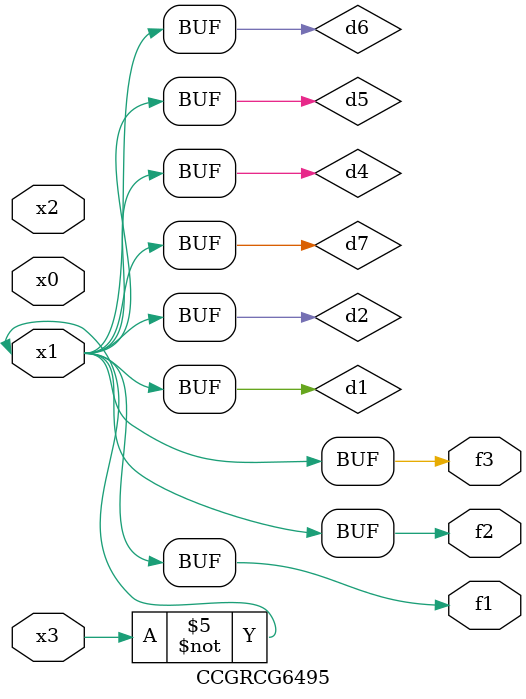
<source format=v>
module CCGRCG6495(
	input x0, x1, x2, x3,
	output f1, f2, f3
);

	wire d1, d2, d3, d4, d5, d6, d7;

	not (d1, x3);
	buf (d2, x1);
	xnor (d3, d1, d2);
	nor (d4, d1);
	buf (d5, d1, d2);
	buf (d6, d4, d5);
	nand (d7, d4);
	assign f1 = d6;
	assign f2 = d7;
	assign f3 = d6;
endmodule

</source>
